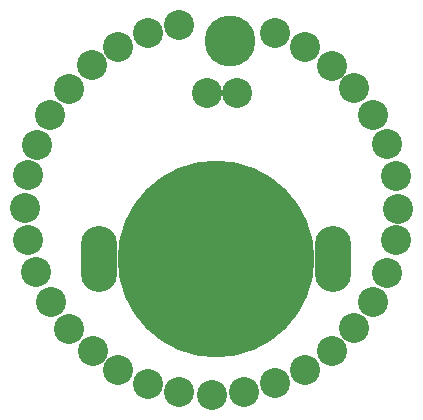
<source format=gts>
G04 (created by PCBNEW (2013-07-07 BZR 4022)-stable) date 23/08/2014 11:18:16*
%MOIN*%
G04 Gerber Fmt 3.4, Leading zero omitted, Abs format*
%FSLAX34Y34*%
G01*
G70*
G90*
G04 APERTURE LIST*
%ADD10C,0.00393701*%
%ADD11C,0.1*%
%ADD12O,0.12X0.22*%
%ADD13C,0.6562*%
%ADD14C,0.17*%
G04 APERTURE END LIST*
G54D10*
G54D11*
X24010Y-15950D03*
X23020Y-15490D03*
X26290Y-18230D03*
X25660Y-17320D03*
X24900Y-16570D03*
X26270Y-24440D03*
X26730Y-23470D03*
X27030Y-22400D03*
X14790Y-20230D03*
X15070Y-19210D03*
X15520Y-18220D03*
X19820Y-27450D03*
X18780Y-27170D03*
X17790Y-26710D03*
X16930Y-26090D03*
X16140Y-17340D03*
X16910Y-16560D03*
X17780Y-15950D03*
X27120Y-21340D03*
X27030Y-20250D03*
X26730Y-19190D03*
X14680Y-21320D03*
X14780Y-22390D03*
X15050Y-23440D03*
X19810Y-15220D03*
X18770Y-15490D03*
X20910Y-27550D03*
X21970Y-27450D03*
X23020Y-27150D03*
X24020Y-26710D03*
X25660Y-25310D03*
X16140Y-25340D03*
X15530Y-24440D03*
X24900Y-26080D03*
G54D12*
X17130Y-23020D03*
X24930Y-23020D03*
G54D13*
X21030Y-23020D03*
G54D11*
X20750Y-17500D03*
X21750Y-17500D03*
G54D14*
X21500Y-15750D03*
M02*

</source>
